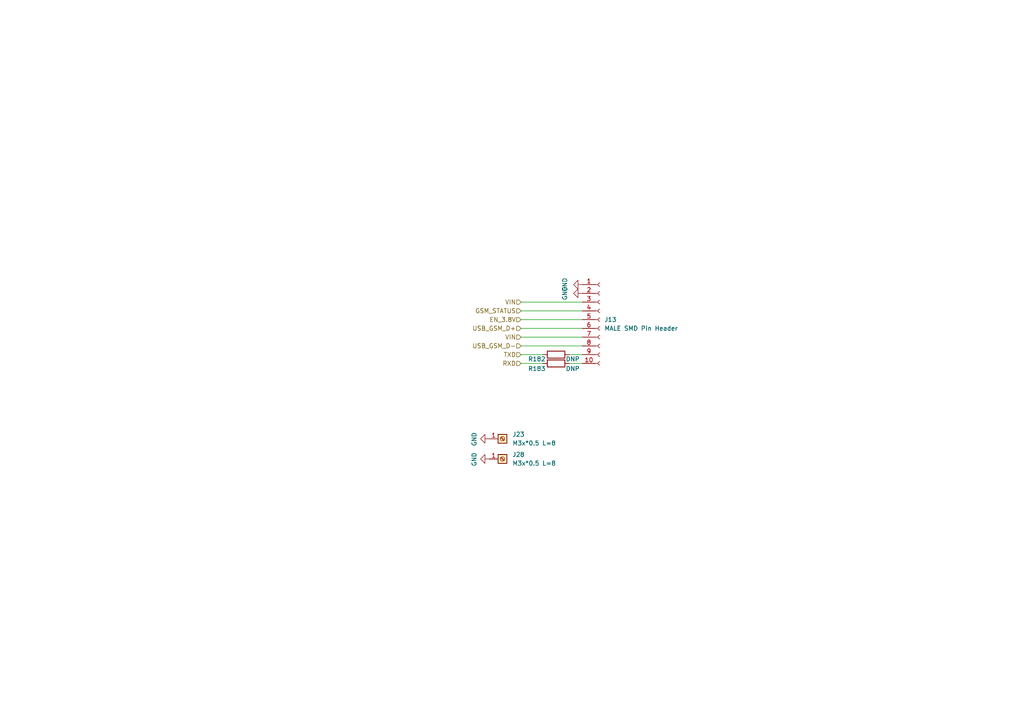
<source format=kicad_sch>
(kicad_sch (version 20250114) (generator "eeschema") (generator_version "9.0")
  (paper "A4")
  (title_block (company "SmartEQ Information Technologies"))
  (lib_symbols
    (symbol "Connector:Conn_01x10_Socket" (pin_names (offset 1.016) (hide yes))
      (property "Reference" "J" (at 0 12.7 0))
      (property "Value" "Conn_01x10_Socket" (at 0 -15.24 0))
      (symbol "Conn_01x10_Socket_1_1"
        (polyline (pts (xy -1.27 10.16) (xy -0.508 10.16)) (stroke (width 0.1524)))
        (polyline (pts (xy -1.27 7.62) (xy -0.508 7.62)) (stroke (width 0.1524)))
        (polyline (pts (xy -1.27 5.08) (xy -0.508 5.08)) (stroke (width 0.1524)))
        (polyline (pts (xy -1.27 2.54) (xy -0.508 2.54)) (stroke (width 0.1524)))
        (polyline (pts (xy -1.27 0) (xy -0.508 0)) (stroke (width 0.1524)))
        (polyline (pts (xy -1.27 -2.54) (xy -0.508 -2.54)) (stroke (width 0.1524)))
        (polyline (pts (xy -1.27 -5.08) (xy -0.508 -5.08)) (stroke (width 0.1524)))
        (polyline (pts (xy -1.27 -7.62) (xy -0.508 -7.62)) (stroke (width 0.1524)))
        (polyline (pts (xy -1.27 -10.16) (xy -0.508 -10.16)) (stroke (width 0.1524)))
        (polyline (pts (xy -1.27 -12.7) (xy -0.508 -12.7)) (stroke (width 0.1524)))
        (arc (start 0 9.652) (mid -0.5058 10.16) (end 0 10.668) (stroke (width 0.1524)))
        (arc (start 0 7.112) (mid -0.5058 7.62) (end 0 8.128) (stroke (width 0.1524)))
        (arc (start 0 4.572) (mid -0.5058 5.08) (end 0 5.588) (stroke (width 0.1524)))
        (arc (start 0 2.032) (mid -0.5058 2.54) (end 0 3.048) (stroke (width 0.1524)))
        (arc (start 0 -0.508) (mid -0.5058 0) (end 0 0.508) (stroke (width 0.1524)))
        (arc (start 0 -3.048) (mid -0.5058 -2.54) (end 0 -2.032) (stroke (width 0.1524)))
        (arc (start 0 -5.588) (mid -0.5058 -5.08) (end 0 -4.572) (stroke (width 0.1524)))
        (arc (start 0 -8.128) (mid -0.5058 -7.62) (end 0 -7.112) (stroke (width 0.1524)))
        (arc (start 0 -10.668) (mid -0.5058 -10.16) (end 0 -9.652) (stroke (width 0.1524)))
        (arc (start 0 -13.208) (mid -0.5058 -12.7) (end 0 -12.192) (stroke (width 0.1524)))
        (pin passive line (at -5.08 10.16 0) (length 3.81) (name "Pin_1") (number "1"))
        (pin passive line (at -5.08 7.62 0) (length 3.81) (name "Pin_2") (number "2"))
        (pin passive line (at -5.08 5.08 0) (length 3.81) (name "Pin_3") (number "3"))
        (pin passive line (at -5.08 2.54 0) (length 3.81) (name "Pin_4") (number "4"))
        (pin passive line (at -5.08 0 0) (length 3.81) (name "Pin_5") (number "5"))
        (pin passive line (at -5.08 -2.54 0) (length 3.81) (name "Pin_6") (number "6"))
        (pin passive line (at -5.08 -5.08 0) (length 3.81) (name "Pin_7") (number "7"))
        (pin passive line (at -5.08 -7.62 0) (length 3.81) (name "Pin_8") (number "8"))
        (pin passive line (at -5.08 -10.16 0) (length 3.81) (name "Pin_9") (number "9"))
        (pin passive line (at -5.08 -12.7 0) (length 3.81) (name "Pin_10") (number "10"))
      )
    )
    (symbol "Connector:Screw_Terminal_01x01" (pin_names (offset 1.016) (hide yes))
      (property "Reference" "J28" (at 2.8515 1.2701 0))
      (property "Value" "M3x*0.5 L=8" (at 2.8515 -1.2699 0))
      (symbol "Screw_Terminal_01x01_1_1"
        (rectangle (start -1.27 1.27) (end 1.27 -1.27) (stroke (width 0.254)) (fill (type background)))
        (polyline (pts (xy -0.5334 0.3302) (xy 0.3302 -0.508)) (stroke (width 0.1524)))
        (polyline (pts (xy -0.3556 0.508) (xy 0.508 -0.3302)) (stroke (width 0.1524)))
        (circle (center 0 0) (radius 0.635) (stroke (width 0.1524)))
        (pin input line (at -3.81 0 0) (length 2.54) (name "1") (number "1"))
      )
    )
    (symbol "Device:R" (pin_numbers (hide yes)) (pin_names (offset 0))
      (property "Reference" "R" (at 2.032 0 90))
      (property "Value" "R" (at 0 0 90))
      (symbol "R_0_1"
        (rectangle (start -1.016 -2.54) (end 1.016 2.54) (stroke (width 0.254)))
      )
      (symbol "R_1_1"
        (pin passive line (at 0 3.81 270) (length 1.27) (name "~") (number "1"))
        (pin passive line (at 0 -3.81 90) (length 1.27) (name "~") (number "2"))
      )
    )
    (symbol "Screw_Terminal_01x01_1" (pin_names (offset 1.016) (hide yes))
      (property "Reference" "J23" (at 2.8515 1.2701 0))
      (property "Value" "M3x*0.5 L=8" (at 2.8515 -1.2699 0))
      (symbol "Screw_Terminal_01x01_1_1_1"
        (rectangle (start -1.27 1.27) (end 1.27 -1.27) (stroke (width 0.254)) (fill (type background)))
        (polyline (pts (xy -0.5334 0.3302) (xy 0.3302 -0.508)) (stroke (width 0.1524)))
        (polyline (pts (xy -0.3556 0.508) (xy 0.508 -0.3302)) (stroke (width 0.1524)))
        (circle (center 0 0) (radius 0.635) (stroke (width 0.1524)))
        (pin input line (at -3.81 0 0) (length 2.54) (name "1") (number "1"))
      )
    )
    (symbol "power:GND" (power) (pin_names (offset 0))
      (property "Value" "GND" (at 0 -3.81 0))
      (symbol "GND_0_1"
        (polyline (pts (xy 0 0) (xy 0 -1.27) (xy 1.27 -1.27) (xy 0 -2.54) (xy -1.27 -1.27) (xy 0 -1.27)))
      )
      (symbol "GND_1_1"
        (pin power_in line (at 0 0 270) (length 0) (hide yes) (name "GND") (number "1"))
      )
    )
  )
  (wire (pts (xy 151.13 100.33) (xy 168.91 100.33)))
  (wire (pts (xy 151.13 95.25) (xy 168.91 95.25)))
  (wire (pts (xy 165.1 102.87) (xy 168.91 102.87)))
  (wire (pts (xy 165.1 105.41) (xy 168.91 105.41)))
  (wire (pts (xy 151.13 87.63) (xy 168.91 87.63)))
  (wire (pts (xy 151.13 105.41) (xy 157.48 105.41)))
  (wire (pts (xy 151.13 102.87) (xy 157.48 102.87)))
  (wire (pts (xy 151.13 90.17) (xy 168.91 90.17)))
  (wire (pts (xy 151.13 97.79) (xy 168.91 97.79)))
  (wire (pts (xy 151.13 92.71) (xy 168.91 92.71)))
  (hierarchical_label "USB_GSM_D+" (shape input) (at 151.13 95.25 180))
  (hierarchical_label "GSM_STATUS" (shape input) (at 151.13 90.17 180))
  (hierarchical_label "USB_GSM_D-" (shape input) (at 151.13 100.33 180))
  (hierarchical_label "TXD" (shape input) (at 151.13 102.87 180))
  (hierarchical_label "VIN" (shape input) (at 151.13 97.79 180))
  (hierarchical_label "RXD" (shape input) (at 151.13 105.41 180))
  (hierarchical_label "EN_3.8V" (shape input) (at 151.13 92.71 180))
  (hierarchical_label "VIN" (shape input) (at 151.13 87.63 180))
  (symbol (lib_id "power:GND") (at 168.91 85.09 270) (unit 1)
    (property "Reference" "#PWR074" (effects (hide yes)))
    (property "Value" "GND" (at 163.83 85.09 0))
  )
  (symbol (lib_id "power:GND") (at 141.9285 127.2668 270) (unit 1)
    (property "Reference" "#PWR0252" (effects (hide yes)))
    (property "Value" "GND" (at 137.5343 127.3938 0))
  )
  (symbol (lib_id "power:GND") (at 141.9285 133.117 270) (unit 1)
    (property "Reference" "#PWR0251" (effects (hide yes)))
    (property "Value" "GND" (at 137.5343 133.244 0))
  )
  (symbol (lib_id "power:GND") (at 168.91 82.55 270) (unit 1)
    (property "Reference" "#PWR05" (effects (hide yes)))
    (property "Value" "GND" (at 163.83 82.55 0))
  )
  (symbol (lib_id "Connector:Screw_Terminal_01x01") (at 145.7385 133.117 0) (unit 1)
    (property "Reference" "J28" (at 148.59 131.8469 0) (effects (justify left)))
    (property "Value" "M3x*0.5 L=8" (at 148.59 134.3869 0) (effects (justify left)))
    (property "Footprint" "Footprint:Screw Terminal Shinbo" (effects (hide yes)))
    (property "Description" "Board mounting elevator    M3 hole size, 4 pins PCB-64-M3" (effects (hide yes)))
    (property "MPN" "SMTSO-M3-8ET" (effects (hide yes)))
  )
  (symbol (lib_id "Connector:Conn_01x10_Socket") (at 173.99 92.71 0) (unit 1)
    (property "Reference" "J13" (at 175.26 92.7099 0) (effects (justify left)))
    (property "Value" "MALE SMD Pin Header" (at 175.26 95.2499 0) (effects (justify left)))
    (property "Footprint" "Connector_PinSocket_2.00mm:PinSocket_2x05_P2.00mm_Vertical_SMD" (effects (hide yes)))
    (property "Description" "Generic connector, single row, 01x10, script generated" (effects (hide yes)))
    (property "MPN" "2.0mm 2*5p 贴片排针" (effects (hide yes)))
  )
  (symbol (lib_id "Device:R") (at 161.29 102.87 270) (unit 1)
    (property "Reference" "R182" (at 155.702 104.14 90))
    (property "Value" "DNP" (at 166.116 104.14 90))
    (property "Footprint" "Resistor_SMD:R_0603_1608Metric" (effects (hide yes)))
  )
  (symbol (lib_id "Device:R") (at 161.29 105.41 270) (unit 1)
    (property "Reference" "R183" (at 155.702 106.934 90))
    (property "Value" "DNP" (at 166.116 106.934 90))
    (property "Footprint" "Resistor_SMD:R_0603_1608Metric" (effects (hide yes)))
  )
  (symbol (lib_name "Screw_Terminal_01x01_1") (lib_id "Connector:Screw_Terminal_01x01") (at 145.7385 127.2668 0) (unit 1)
    (property "Reference" "J23" (at 148.59 125.9967 0) (effects (justify left)))
    (property "Value" "M3x*0.5 L=8" (at 148.59 128.5367 0) (effects (justify left)))
    (property "Footprint" "Footprint:Screw Terminal Shinbo" (effects (hide yes)))
    (property "Description" "Board mounting elevator    M3 hole size, 4 pins PCB-64-M3" (effects (hide yes)))
    (property "MPN" "SMTSO-M3-8ET" (effects (hide yes)))
  )
)
</source>
